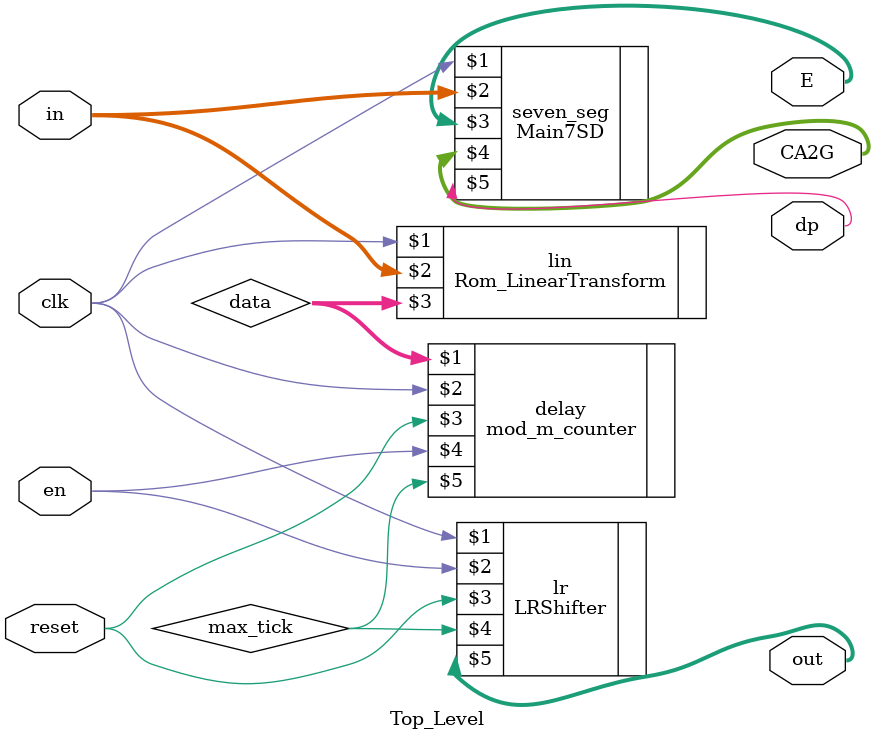
<source format=sv>
`timescale 1ns / 1ps

//Top Level Desgin
module Top_Level(
input logic clk, en, reset,
input logic [7:0] in,
output logic [15:0] out,
output logic [7:0] E,
output logic [6:0] CA2G,
output logic dp
    );

logic max_tick;
logic [25:0] data;
Rom_LinearTransform lin(clk,in,data);
mod_m_counter delay(data,clk,reset,en,max_tick);
LRShifter lr(clk,en,reset,max_tick,out);
Main7SD seven_seg(clk, in, E, CA2G, dp);
endmodule

</source>
